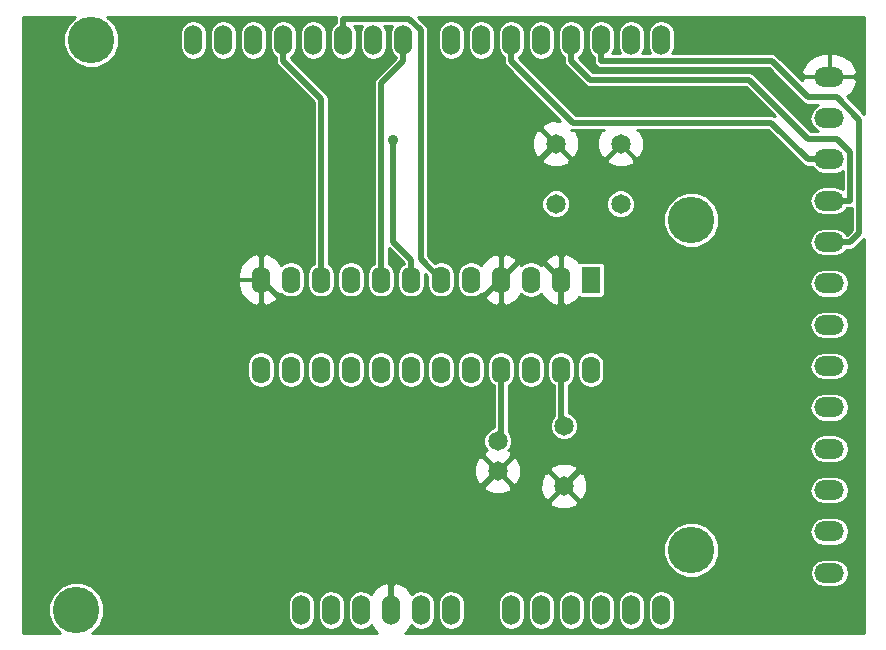
<source format=gbl>
G04 (created by PCBNEW (2013-jul-07)-stable) date Thu 21 Dec 2017 03:26:52 PM PST*
%MOIN*%
G04 Gerber Fmt 3.4, Leading zero omitted, Abs format*
%FSLAX34Y34*%
G01*
G70*
G90*
G04 APERTURE LIST*
%ADD10C,0.00590551*%
%ADD11O,0.06X0.1*%
%ADD12C,0.155*%
%ADD13R,0.062X0.09*%
%ADD14O,0.062X0.09*%
%ADD15O,0.1X0.065*%
%ADD16C,0.065*%
%ADD17C,0.035*%
%ADD18C,0.02*%
%ADD19C,0.01*%
G04 APERTURE END LIST*
G54D10*
G54D11*
X70237Y-51677D03*
X69237Y-51677D03*
X68237Y-51677D03*
X65237Y-51677D03*
X66237Y-51677D03*
X67237Y-51677D03*
X63237Y-51677D03*
X62237Y-51677D03*
X61237Y-51677D03*
X59237Y-51677D03*
X58237Y-51677D03*
X70237Y-32677D03*
X69237Y-32677D03*
X68237Y-32677D03*
X67237Y-32677D03*
X66237Y-32677D03*
X65237Y-32677D03*
X64237Y-32677D03*
X63237Y-32677D03*
X61637Y-32677D03*
X60637Y-32677D03*
X59637Y-32677D03*
X58637Y-32677D03*
X57637Y-32677D03*
X56637Y-32677D03*
X55637Y-32677D03*
X54637Y-32677D03*
X60237Y-51677D03*
G54D12*
X71237Y-49677D03*
X71237Y-38677D03*
X51237Y-32677D03*
X50737Y-51677D03*
G54D13*
X67901Y-40670D03*
G54D14*
X66901Y-40670D03*
X65901Y-40670D03*
X64901Y-40670D03*
X63901Y-40670D03*
X62901Y-40670D03*
X61901Y-40670D03*
X60901Y-40670D03*
X59901Y-40670D03*
X58901Y-40670D03*
X57901Y-40670D03*
X56901Y-40670D03*
X56901Y-43670D03*
X57901Y-43670D03*
X58901Y-43670D03*
X59901Y-43670D03*
X60901Y-43670D03*
X61901Y-43670D03*
X62901Y-43670D03*
X63901Y-43670D03*
X64901Y-43670D03*
X65901Y-43670D03*
X66901Y-43670D03*
X67901Y-43670D03*
G54D15*
X75843Y-50443D03*
X75842Y-49066D03*
X75841Y-47685D03*
X75842Y-46308D03*
X75842Y-44930D03*
X75842Y-43554D03*
X75842Y-42175D03*
X75841Y-40797D03*
X75841Y-39419D03*
X75841Y-38039D03*
X75840Y-35285D03*
X75841Y-36663D03*
X75841Y-33907D03*
G54D16*
X64783Y-46043D03*
X64783Y-47043D03*
X66988Y-45551D03*
X66988Y-47551D03*
X68881Y-38141D03*
X68881Y-36141D03*
X66720Y-38141D03*
X66720Y-36141D03*
G54D17*
X61284Y-36024D03*
G54D18*
X59637Y-32677D02*
X59637Y-31977D01*
X61846Y-31977D02*
X59637Y-31977D01*
X62223Y-32353D02*
X61846Y-31977D01*
X62223Y-39991D02*
X62223Y-32353D01*
X62901Y-40670D02*
X62223Y-39991D01*
X73920Y-33377D02*
X68237Y-33377D01*
X75139Y-34596D02*
X73920Y-33377D01*
X76097Y-34596D02*
X75139Y-34596D01*
X76843Y-35343D02*
X76097Y-34596D01*
X76843Y-39117D02*
X76843Y-35343D01*
X76541Y-39419D02*
X76843Y-39117D01*
X75841Y-39419D02*
X76541Y-39419D01*
X68237Y-32677D02*
X68237Y-33377D01*
X67863Y-34003D02*
X67237Y-33377D01*
X73169Y-34003D02*
X67863Y-34003D01*
X75141Y-35974D02*
X73169Y-34003D01*
X76083Y-35974D02*
X75141Y-35974D01*
X76541Y-36432D02*
X76083Y-35974D01*
X76541Y-38039D02*
X76541Y-36432D01*
X75841Y-38039D02*
X76541Y-38039D01*
X67237Y-32677D02*
X67237Y-33377D01*
X75841Y-36663D02*
X75141Y-36663D01*
X65237Y-32677D02*
X65237Y-33377D01*
X73912Y-35435D02*
X75141Y-36663D01*
X67294Y-35435D02*
X73912Y-35435D01*
X65237Y-33377D02*
X67294Y-35435D01*
X57637Y-32677D02*
X57637Y-33377D01*
X58901Y-34641D02*
X58901Y-40670D01*
X57637Y-33377D02*
X58901Y-34641D01*
X61901Y-40670D02*
X61901Y-40019D01*
X61284Y-39402D02*
X61284Y-36024D01*
X61901Y-40019D02*
X61284Y-39402D01*
X60901Y-34112D02*
X61637Y-33377D01*
X60901Y-40670D02*
X60901Y-34112D01*
X61637Y-32677D02*
X61637Y-33377D01*
X66191Y-36670D02*
X66191Y-39960D01*
X66720Y-36141D02*
X66191Y-36670D01*
X66191Y-39960D02*
X66901Y-40670D01*
X66901Y-41808D02*
X66901Y-40670D01*
X68411Y-43318D02*
X66901Y-41808D01*
X68411Y-46127D02*
X68411Y-43318D01*
X66988Y-47551D02*
X68411Y-46127D01*
X61237Y-50589D02*
X61237Y-51677D01*
X64783Y-47043D02*
X61237Y-50589D01*
X65611Y-39960D02*
X64901Y-40670D01*
X66191Y-39960D02*
X65611Y-39960D01*
X57564Y-41332D02*
X56901Y-40670D01*
X64238Y-41332D02*
X57564Y-41332D01*
X64901Y-40670D02*
X64238Y-41332D01*
X64901Y-45925D02*
X64901Y-43670D01*
X64783Y-46043D02*
X64901Y-45925D01*
X66901Y-45464D02*
X66901Y-43670D01*
X66988Y-45551D02*
X66901Y-45464D01*
G54D10*
G36*
X76995Y-52450D02*
X76505Y-52450D01*
X76505Y-50443D01*
X76504Y-50438D01*
X76504Y-49066D01*
X76504Y-46308D01*
X76504Y-44930D01*
X76504Y-43554D01*
X76504Y-42175D01*
X76503Y-42170D01*
X76503Y-40797D01*
X76467Y-40616D01*
X76364Y-40461D01*
X76210Y-40358D01*
X76028Y-40322D01*
X75653Y-40322D01*
X75471Y-40358D01*
X75317Y-40461D01*
X75214Y-40616D01*
X75178Y-40797D01*
X75214Y-40979D01*
X75317Y-41133D01*
X75471Y-41236D01*
X75653Y-41272D01*
X76028Y-41272D01*
X76210Y-41236D01*
X76364Y-41133D01*
X76467Y-40979D01*
X76503Y-40797D01*
X76503Y-42170D01*
X76468Y-41994D01*
X76365Y-41839D01*
X76211Y-41736D01*
X76029Y-41700D01*
X75654Y-41700D01*
X75472Y-41736D01*
X75318Y-41839D01*
X75215Y-41994D01*
X75179Y-42175D01*
X75215Y-42357D01*
X75318Y-42511D01*
X75472Y-42614D01*
X75654Y-42650D01*
X76029Y-42650D01*
X76211Y-42614D01*
X76365Y-42511D01*
X76468Y-42357D01*
X76504Y-42175D01*
X76504Y-43554D01*
X76468Y-43373D01*
X76365Y-43218D01*
X76211Y-43115D01*
X76029Y-43079D01*
X75654Y-43079D01*
X75472Y-43115D01*
X75318Y-43218D01*
X75215Y-43373D01*
X75179Y-43554D01*
X75215Y-43736D01*
X75318Y-43890D01*
X75472Y-43993D01*
X75654Y-44029D01*
X76029Y-44029D01*
X76211Y-43993D01*
X76365Y-43890D01*
X76468Y-43736D01*
X76504Y-43554D01*
X76504Y-44930D01*
X76468Y-44749D01*
X76365Y-44594D01*
X76211Y-44491D01*
X76029Y-44455D01*
X75654Y-44455D01*
X75472Y-44491D01*
X75318Y-44594D01*
X75215Y-44749D01*
X75179Y-44930D01*
X75215Y-45112D01*
X75318Y-45266D01*
X75472Y-45369D01*
X75654Y-45405D01*
X76029Y-45405D01*
X76211Y-45369D01*
X76365Y-45266D01*
X76468Y-45112D01*
X76504Y-44930D01*
X76504Y-46308D01*
X76468Y-46127D01*
X76365Y-45972D01*
X76211Y-45869D01*
X76029Y-45833D01*
X75654Y-45833D01*
X75472Y-45869D01*
X75318Y-45972D01*
X75215Y-46127D01*
X75179Y-46308D01*
X75215Y-46490D01*
X75318Y-46644D01*
X75472Y-46747D01*
X75654Y-46783D01*
X76029Y-46783D01*
X76211Y-46747D01*
X76365Y-46644D01*
X76468Y-46490D01*
X76504Y-46308D01*
X76504Y-49066D01*
X76503Y-49061D01*
X76503Y-47685D01*
X76467Y-47504D01*
X76364Y-47349D01*
X76210Y-47246D01*
X76028Y-47210D01*
X75653Y-47210D01*
X75471Y-47246D01*
X75317Y-47349D01*
X75214Y-47504D01*
X75178Y-47685D01*
X75214Y-47867D01*
X75317Y-48021D01*
X75471Y-48124D01*
X75653Y-48160D01*
X76028Y-48160D01*
X76210Y-48124D01*
X76364Y-48021D01*
X76467Y-47867D01*
X76503Y-47685D01*
X76503Y-49061D01*
X76468Y-48885D01*
X76365Y-48730D01*
X76211Y-48627D01*
X76029Y-48591D01*
X75654Y-48591D01*
X75472Y-48627D01*
X75318Y-48730D01*
X75215Y-48885D01*
X75179Y-49066D01*
X75215Y-49248D01*
X75318Y-49402D01*
X75472Y-49505D01*
X75654Y-49541D01*
X76029Y-49541D01*
X76211Y-49505D01*
X76365Y-49402D01*
X76468Y-49248D01*
X76504Y-49066D01*
X76504Y-50438D01*
X76469Y-50262D01*
X76366Y-50107D01*
X76212Y-50004D01*
X76030Y-49968D01*
X75655Y-49968D01*
X75473Y-50004D01*
X75319Y-50107D01*
X75216Y-50262D01*
X75180Y-50443D01*
X75216Y-50625D01*
X75319Y-50779D01*
X75473Y-50882D01*
X75655Y-50918D01*
X76030Y-50918D01*
X76212Y-50882D01*
X76366Y-50779D01*
X76469Y-50625D01*
X76505Y-50443D01*
X76505Y-52450D01*
X72162Y-52450D01*
X72162Y-49493D01*
X72162Y-38493D01*
X72021Y-38153D01*
X71761Y-37893D01*
X71421Y-37752D01*
X71053Y-37752D01*
X70713Y-37892D01*
X70453Y-38152D01*
X70312Y-38492D01*
X70311Y-38860D01*
X70452Y-39200D01*
X70712Y-39460D01*
X71052Y-39602D01*
X71420Y-39602D01*
X71760Y-39461D01*
X72020Y-39201D01*
X72161Y-38861D01*
X72162Y-38493D01*
X72162Y-49493D01*
X72021Y-49153D01*
X71761Y-48893D01*
X71421Y-48752D01*
X71053Y-48752D01*
X70713Y-48892D01*
X70453Y-49152D01*
X70312Y-49492D01*
X70311Y-49860D01*
X70452Y-50200D01*
X70712Y-50460D01*
X71052Y-50602D01*
X71420Y-50602D01*
X71760Y-50461D01*
X72020Y-50201D01*
X72161Y-49861D01*
X72162Y-49493D01*
X72162Y-52450D01*
X70687Y-52450D01*
X70687Y-51889D01*
X70687Y-51464D01*
X70652Y-51292D01*
X70555Y-51146D01*
X70409Y-51048D01*
X70237Y-51014D01*
X70064Y-51048D01*
X69918Y-51146D01*
X69821Y-51292D01*
X69787Y-51464D01*
X69787Y-51889D01*
X69821Y-52062D01*
X69918Y-52208D01*
X70064Y-52305D01*
X70237Y-52339D01*
X70409Y-52305D01*
X70555Y-52208D01*
X70652Y-52062D01*
X70687Y-51889D01*
X70687Y-52450D01*
X69687Y-52450D01*
X69687Y-51889D01*
X69687Y-51464D01*
X69652Y-51292D01*
X69555Y-51146D01*
X69409Y-51048D01*
X69356Y-51038D01*
X69356Y-38047D01*
X69343Y-38014D01*
X69343Y-36638D01*
X68881Y-36177D01*
X68420Y-36638D01*
X68437Y-36795D01*
X68721Y-36915D01*
X69030Y-36917D01*
X69315Y-36802D01*
X69325Y-36795D01*
X69343Y-36638D01*
X69343Y-38014D01*
X69284Y-37873D01*
X69151Y-37739D01*
X68976Y-37666D01*
X68787Y-37666D01*
X68613Y-37738D01*
X68479Y-37872D01*
X68406Y-38046D01*
X68406Y-38235D01*
X68478Y-38410D01*
X68612Y-38544D01*
X68786Y-38616D01*
X68975Y-38616D01*
X69150Y-38544D01*
X69284Y-38411D01*
X69356Y-38236D01*
X69356Y-38047D01*
X69356Y-51038D01*
X69237Y-51014D01*
X69064Y-51048D01*
X68918Y-51146D01*
X68821Y-51292D01*
X68787Y-51464D01*
X68787Y-51889D01*
X68821Y-52062D01*
X68918Y-52208D01*
X69064Y-52305D01*
X69237Y-52339D01*
X69409Y-52305D01*
X69555Y-52208D01*
X69652Y-52062D01*
X69687Y-51889D01*
X69687Y-52450D01*
X68687Y-52450D01*
X68687Y-51889D01*
X68687Y-51464D01*
X68652Y-51292D01*
X68555Y-51146D01*
X68409Y-51048D01*
X68361Y-51039D01*
X68361Y-43821D01*
X68361Y-43518D01*
X68361Y-41149D01*
X68361Y-41090D01*
X68361Y-40190D01*
X68338Y-40135D01*
X68296Y-40092D01*
X68241Y-40070D01*
X68181Y-40070D01*
X67561Y-40070D01*
X67506Y-40092D01*
X67506Y-40093D01*
X67496Y-40080D01*
X67421Y-39975D01*
X67195Y-39834D01*
X67195Y-38047D01*
X67181Y-38014D01*
X67181Y-36638D01*
X66720Y-36177D01*
X66685Y-36212D01*
X66685Y-36141D01*
X66223Y-35680D01*
X66066Y-35697D01*
X65946Y-35981D01*
X65944Y-36289D01*
X66060Y-36575D01*
X66066Y-36585D01*
X66223Y-36602D01*
X66685Y-36141D01*
X66685Y-36212D01*
X66259Y-36638D01*
X66276Y-36795D01*
X66560Y-36915D01*
X66868Y-36917D01*
X67154Y-36802D01*
X67164Y-36795D01*
X67181Y-36638D01*
X67181Y-38014D01*
X67123Y-37873D01*
X66989Y-37739D01*
X66815Y-37666D01*
X66626Y-37666D01*
X66451Y-37738D01*
X66318Y-37872D01*
X66245Y-38046D01*
X66245Y-38235D01*
X66317Y-38410D01*
X66451Y-38544D01*
X66625Y-38616D01*
X66814Y-38616D01*
X66989Y-38544D01*
X67122Y-38411D01*
X67195Y-38236D01*
X67195Y-38047D01*
X67195Y-39834D01*
X67169Y-39818D01*
X67045Y-39783D01*
X66926Y-39883D01*
X66926Y-40645D01*
X66934Y-40645D01*
X66934Y-40695D01*
X66926Y-40695D01*
X66926Y-41457D01*
X67045Y-41556D01*
X67169Y-41521D01*
X67421Y-41365D01*
X67506Y-41246D01*
X67506Y-41247D01*
X67561Y-41270D01*
X67621Y-41270D01*
X68241Y-41270D01*
X68296Y-41247D01*
X68338Y-41205D01*
X68361Y-41149D01*
X68361Y-43518D01*
X68326Y-43342D01*
X68226Y-43193D01*
X68077Y-43093D01*
X67901Y-43058D01*
X67725Y-43093D01*
X67576Y-43193D01*
X67476Y-43342D01*
X67441Y-43518D01*
X67441Y-43821D01*
X67476Y-43997D01*
X67576Y-44147D01*
X67725Y-44246D01*
X67901Y-44281D01*
X68077Y-44246D01*
X68226Y-44147D01*
X68326Y-43997D01*
X68361Y-43821D01*
X68361Y-51039D01*
X68237Y-51014D01*
X68064Y-51048D01*
X67918Y-51146D01*
X67821Y-51292D01*
X67787Y-51464D01*
X67787Y-51889D01*
X67821Y-52062D01*
X67918Y-52208D01*
X68064Y-52305D01*
X68237Y-52339D01*
X68409Y-52305D01*
X68555Y-52208D01*
X68652Y-52062D01*
X68687Y-51889D01*
X68687Y-52450D01*
X67764Y-52450D01*
X67764Y-47402D01*
X67648Y-47117D01*
X67641Y-47107D01*
X67484Y-47089D01*
X67463Y-47111D01*
X67463Y-45457D01*
X67391Y-45282D01*
X67257Y-45148D01*
X67151Y-45104D01*
X67151Y-44197D01*
X67226Y-44147D01*
X67326Y-43997D01*
X67361Y-43821D01*
X67361Y-43518D01*
X67326Y-43342D01*
X67226Y-43193D01*
X67077Y-43093D01*
X66901Y-43058D01*
X66876Y-43063D01*
X66876Y-41457D01*
X66876Y-40695D01*
X66868Y-40695D01*
X66868Y-40645D01*
X66876Y-40645D01*
X66876Y-39883D01*
X66758Y-39783D01*
X66633Y-39818D01*
X66381Y-39975D01*
X66225Y-40192D01*
X66077Y-40093D01*
X65901Y-40058D01*
X65725Y-40093D01*
X65577Y-40192D01*
X65421Y-39975D01*
X65169Y-39818D01*
X65045Y-39783D01*
X64926Y-39883D01*
X64926Y-40645D01*
X64934Y-40645D01*
X64934Y-40695D01*
X64926Y-40695D01*
X64926Y-41457D01*
X65045Y-41556D01*
X65169Y-41521D01*
X65421Y-41365D01*
X65577Y-41147D01*
X65725Y-41246D01*
X65901Y-41281D01*
X66077Y-41246D01*
X66225Y-41147D01*
X66381Y-41365D01*
X66633Y-41521D01*
X66758Y-41556D01*
X66876Y-41457D01*
X66876Y-43063D01*
X66725Y-43093D01*
X66576Y-43193D01*
X66476Y-43342D01*
X66441Y-43518D01*
X66441Y-43821D01*
X66476Y-43997D01*
X66576Y-44147D01*
X66651Y-44197D01*
X66651Y-45216D01*
X66585Y-45281D01*
X66513Y-45456D01*
X66513Y-45645D01*
X66585Y-45819D01*
X66718Y-45953D01*
X66893Y-46026D01*
X67082Y-46026D01*
X67256Y-45954D01*
X67390Y-45820D01*
X67463Y-45646D01*
X67463Y-45457D01*
X67463Y-47111D01*
X67449Y-47125D01*
X67449Y-47054D01*
X67432Y-46897D01*
X67148Y-46777D01*
X66839Y-46775D01*
X66554Y-46890D01*
X66544Y-46897D01*
X66526Y-47054D01*
X66988Y-47515D01*
X67449Y-47054D01*
X67449Y-47125D01*
X67023Y-47551D01*
X67484Y-48012D01*
X67641Y-47995D01*
X67761Y-47711D01*
X67764Y-47402D01*
X67764Y-52450D01*
X67687Y-52450D01*
X67687Y-51889D01*
X67687Y-51464D01*
X67652Y-51292D01*
X67555Y-51146D01*
X67449Y-51075D01*
X67449Y-48047D01*
X66988Y-47586D01*
X66952Y-47621D01*
X66952Y-47551D01*
X66491Y-47089D01*
X66361Y-47104D01*
X66361Y-43821D01*
X66361Y-43518D01*
X66326Y-43342D01*
X66226Y-43193D01*
X66077Y-43093D01*
X65901Y-43058D01*
X65725Y-43093D01*
X65576Y-43193D01*
X65476Y-43342D01*
X65441Y-43518D01*
X65441Y-43821D01*
X65476Y-43997D01*
X65576Y-44147D01*
X65725Y-44246D01*
X65901Y-44281D01*
X66077Y-44246D01*
X66226Y-44147D01*
X66326Y-43997D01*
X66361Y-43821D01*
X66361Y-47104D01*
X66334Y-47107D01*
X66214Y-47391D01*
X66212Y-47699D01*
X66327Y-47985D01*
X66334Y-47995D01*
X66491Y-48012D01*
X66952Y-47551D01*
X66952Y-47621D01*
X66526Y-48047D01*
X66544Y-48204D01*
X66828Y-48324D01*
X67136Y-48327D01*
X67422Y-48211D01*
X67432Y-48204D01*
X67449Y-48047D01*
X67449Y-51075D01*
X67409Y-51048D01*
X67237Y-51014D01*
X67064Y-51048D01*
X66918Y-51146D01*
X66821Y-51292D01*
X66787Y-51464D01*
X66787Y-51889D01*
X66821Y-52062D01*
X66918Y-52208D01*
X67064Y-52305D01*
X67237Y-52339D01*
X67409Y-52305D01*
X67555Y-52208D01*
X67652Y-52062D01*
X67687Y-51889D01*
X67687Y-52450D01*
X66687Y-52450D01*
X66687Y-51889D01*
X66687Y-51464D01*
X66652Y-51292D01*
X66555Y-51146D01*
X66409Y-51048D01*
X66237Y-51014D01*
X66064Y-51048D01*
X65918Y-51146D01*
X65821Y-51292D01*
X65787Y-51464D01*
X65787Y-51889D01*
X65821Y-52062D01*
X65918Y-52208D01*
X66064Y-52305D01*
X66237Y-52339D01*
X66409Y-52305D01*
X66555Y-52208D01*
X66652Y-52062D01*
X66687Y-51889D01*
X66687Y-52450D01*
X65687Y-52450D01*
X65687Y-51889D01*
X65687Y-51464D01*
X65652Y-51292D01*
X65559Y-51152D01*
X65559Y-46895D01*
X65443Y-46609D01*
X65437Y-46599D01*
X65361Y-46591D01*
X65361Y-43821D01*
X65361Y-43518D01*
X65326Y-43342D01*
X65226Y-43193D01*
X65077Y-43093D01*
X64901Y-43058D01*
X64876Y-43063D01*
X64876Y-41457D01*
X64876Y-40695D01*
X64868Y-40695D01*
X64868Y-40645D01*
X64876Y-40645D01*
X64876Y-39883D01*
X64758Y-39783D01*
X64687Y-39803D01*
X64687Y-32889D01*
X64687Y-32464D01*
X64652Y-32292D01*
X64555Y-32146D01*
X64409Y-32048D01*
X64237Y-32014D01*
X64064Y-32048D01*
X63918Y-32146D01*
X63821Y-32292D01*
X63787Y-32464D01*
X63787Y-32889D01*
X63821Y-33062D01*
X63918Y-33208D01*
X64064Y-33305D01*
X64237Y-33339D01*
X64409Y-33305D01*
X64555Y-33208D01*
X64652Y-33062D01*
X64687Y-32889D01*
X64687Y-39803D01*
X64633Y-39818D01*
X64381Y-39975D01*
X64225Y-40192D01*
X64077Y-40093D01*
X63901Y-40058D01*
X63725Y-40093D01*
X63687Y-40119D01*
X63687Y-32889D01*
X63687Y-32464D01*
X63652Y-32292D01*
X63555Y-32146D01*
X63409Y-32048D01*
X63237Y-32014D01*
X63064Y-32048D01*
X62918Y-32146D01*
X62821Y-32292D01*
X62787Y-32464D01*
X62787Y-32889D01*
X62821Y-33062D01*
X62918Y-33208D01*
X63064Y-33305D01*
X63237Y-33339D01*
X63409Y-33305D01*
X63555Y-33208D01*
X63652Y-33062D01*
X63687Y-32889D01*
X63687Y-40119D01*
X63576Y-40193D01*
X63476Y-40342D01*
X63441Y-40518D01*
X63441Y-40821D01*
X63476Y-40997D01*
X63576Y-41147D01*
X63725Y-41246D01*
X63901Y-41281D01*
X64077Y-41246D01*
X64225Y-41147D01*
X64381Y-41365D01*
X64633Y-41521D01*
X64758Y-41556D01*
X64876Y-41457D01*
X64876Y-43063D01*
X64725Y-43093D01*
X64576Y-43193D01*
X64476Y-43342D01*
X64441Y-43518D01*
X64441Y-43821D01*
X64476Y-43997D01*
X64576Y-44147D01*
X64651Y-44197D01*
X64651Y-45583D01*
X64514Y-45640D01*
X64381Y-45773D01*
X64361Y-45820D01*
X64361Y-43821D01*
X64361Y-43518D01*
X64326Y-43342D01*
X64226Y-43193D01*
X64077Y-43093D01*
X63901Y-43058D01*
X63725Y-43093D01*
X63576Y-43193D01*
X63476Y-43342D01*
X63441Y-43518D01*
X63441Y-43821D01*
X63476Y-43997D01*
X63576Y-44147D01*
X63725Y-44246D01*
X63901Y-44281D01*
X64077Y-44246D01*
X64226Y-44147D01*
X64326Y-43997D01*
X64361Y-43821D01*
X64361Y-45820D01*
X64308Y-45948D01*
X64308Y-46137D01*
X64380Y-46312D01*
X64422Y-46353D01*
X64349Y-46382D01*
X64339Y-46389D01*
X64322Y-46546D01*
X64783Y-47007D01*
X65244Y-46546D01*
X65227Y-46389D01*
X65144Y-46354D01*
X65185Y-46312D01*
X65258Y-46138D01*
X65258Y-45949D01*
X65186Y-45774D01*
X65151Y-45739D01*
X65151Y-44197D01*
X65226Y-44147D01*
X65326Y-43997D01*
X65361Y-43821D01*
X65361Y-46591D01*
X65280Y-46582D01*
X64818Y-47043D01*
X65280Y-47504D01*
X65437Y-47487D01*
X65557Y-47203D01*
X65559Y-46895D01*
X65559Y-51152D01*
X65555Y-51146D01*
X65409Y-51048D01*
X65244Y-51015D01*
X65244Y-47539D01*
X64783Y-47078D01*
X64748Y-47114D01*
X64748Y-47043D01*
X64286Y-46582D01*
X64129Y-46599D01*
X64009Y-46883D01*
X64007Y-47191D01*
X64123Y-47477D01*
X64129Y-47487D01*
X64286Y-47504D01*
X64748Y-47043D01*
X64748Y-47114D01*
X64322Y-47539D01*
X64339Y-47696D01*
X64623Y-47817D01*
X64931Y-47819D01*
X65217Y-47703D01*
X65227Y-47696D01*
X65244Y-47539D01*
X65244Y-51015D01*
X65237Y-51014D01*
X65064Y-51048D01*
X64918Y-51146D01*
X64821Y-51292D01*
X64787Y-51464D01*
X64787Y-51889D01*
X64821Y-52062D01*
X64918Y-52208D01*
X65064Y-52305D01*
X65237Y-52339D01*
X65409Y-52305D01*
X65555Y-52208D01*
X65652Y-52062D01*
X65687Y-51889D01*
X65687Y-52450D01*
X63687Y-52450D01*
X63687Y-51889D01*
X63687Y-51464D01*
X63652Y-51292D01*
X63555Y-51146D01*
X63409Y-51048D01*
X63361Y-51039D01*
X63361Y-43821D01*
X63361Y-43518D01*
X63326Y-43342D01*
X63226Y-43193D01*
X63077Y-43093D01*
X62901Y-43058D01*
X62725Y-43093D01*
X62576Y-43193D01*
X62476Y-43342D01*
X62441Y-43518D01*
X62441Y-43821D01*
X62476Y-43997D01*
X62576Y-44147D01*
X62725Y-44246D01*
X62901Y-44281D01*
X63077Y-44246D01*
X63226Y-44147D01*
X63326Y-43997D01*
X63361Y-43821D01*
X63361Y-51039D01*
X63237Y-51014D01*
X63064Y-51048D01*
X62918Y-51146D01*
X62821Y-51292D01*
X62787Y-51464D01*
X62787Y-51889D01*
X62821Y-52062D01*
X62918Y-52208D01*
X63064Y-52305D01*
X63237Y-52339D01*
X63409Y-52305D01*
X63555Y-52208D01*
X63652Y-52062D01*
X63687Y-51889D01*
X63687Y-52450D01*
X61709Y-52450D01*
X61749Y-52425D01*
X61912Y-52198D01*
X61918Y-52208D01*
X62064Y-52305D01*
X62237Y-52339D01*
X62409Y-52305D01*
X62555Y-52208D01*
X62652Y-52062D01*
X62687Y-51889D01*
X62687Y-51464D01*
X62652Y-51292D01*
X62555Y-51146D01*
X62409Y-51048D01*
X62361Y-51039D01*
X62361Y-43821D01*
X62361Y-43518D01*
X62326Y-43342D01*
X62226Y-43193D01*
X62077Y-43093D01*
X61901Y-43058D01*
X61725Y-43093D01*
X61576Y-43193D01*
X61476Y-43342D01*
X61441Y-43518D01*
X61441Y-43821D01*
X61476Y-43997D01*
X61576Y-44147D01*
X61725Y-44246D01*
X61901Y-44281D01*
X62077Y-44246D01*
X62226Y-44147D01*
X62326Y-43997D01*
X62361Y-43821D01*
X62361Y-51039D01*
X62237Y-51014D01*
X62064Y-51048D01*
X61918Y-51146D01*
X61912Y-51155D01*
X61749Y-50929D01*
X61500Y-50774D01*
X61378Y-50740D01*
X61361Y-50755D01*
X61361Y-43821D01*
X61361Y-43518D01*
X61326Y-43342D01*
X61226Y-43193D01*
X61077Y-43093D01*
X60901Y-43058D01*
X60725Y-43093D01*
X60576Y-43193D01*
X60476Y-43342D01*
X60441Y-43518D01*
X60441Y-43821D01*
X60476Y-43997D01*
X60576Y-44147D01*
X60725Y-44246D01*
X60901Y-44281D01*
X61077Y-44246D01*
X61226Y-44147D01*
X61326Y-43997D01*
X61361Y-43821D01*
X61361Y-50755D01*
X61262Y-50840D01*
X61262Y-51652D01*
X61269Y-51652D01*
X61269Y-51702D01*
X61262Y-51702D01*
X61262Y-51710D01*
X61212Y-51710D01*
X61212Y-51702D01*
X61204Y-51702D01*
X61204Y-51652D01*
X61212Y-51652D01*
X61212Y-50840D01*
X61095Y-50740D01*
X60973Y-50774D01*
X60724Y-50929D01*
X60561Y-51155D01*
X60555Y-51146D01*
X60409Y-51048D01*
X60361Y-51039D01*
X60361Y-43821D01*
X60361Y-43518D01*
X60361Y-40821D01*
X60361Y-40518D01*
X60326Y-40342D01*
X60226Y-40193D01*
X60077Y-40093D01*
X59901Y-40058D01*
X59725Y-40093D01*
X59576Y-40193D01*
X59476Y-40342D01*
X59441Y-40518D01*
X59441Y-40821D01*
X59476Y-40997D01*
X59576Y-41147D01*
X59725Y-41246D01*
X59901Y-41281D01*
X60077Y-41246D01*
X60226Y-41147D01*
X60326Y-40997D01*
X60361Y-40821D01*
X60361Y-43518D01*
X60326Y-43342D01*
X60226Y-43193D01*
X60077Y-43093D01*
X59901Y-43058D01*
X59725Y-43093D01*
X59576Y-43193D01*
X59476Y-43342D01*
X59441Y-43518D01*
X59441Y-43821D01*
X59476Y-43997D01*
X59576Y-44147D01*
X59725Y-44246D01*
X59901Y-44281D01*
X60077Y-44246D01*
X60226Y-44147D01*
X60326Y-43997D01*
X60361Y-43821D01*
X60361Y-51039D01*
X60237Y-51014D01*
X60064Y-51048D01*
X59918Y-51146D01*
X59821Y-51292D01*
X59787Y-51464D01*
X59787Y-51889D01*
X59821Y-52062D01*
X59918Y-52208D01*
X60064Y-52305D01*
X60237Y-52339D01*
X60409Y-52305D01*
X60555Y-52208D01*
X60561Y-52198D01*
X60724Y-52425D01*
X60764Y-52450D01*
X59687Y-52450D01*
X59687Y-51889D01*
X59687Y-51464D01*
X59652Y-51292D01*
X59555Y-51146D01*
X59409Y-51048D01*
X59361Y-51039D01*
X59361Y-43821D01*
X59361Y-43518D01*
X59361Y-40821D01*
X59361Y-40518D01*
X59326Y-40342D01*
X59226Y-40193D01*
X59151Y-40142D01*
X59151Y-34641D01*
X59132Y-34546D01*
X59087Y-34478D01*
X59087Y-32889D01*
X59087Y-32464D01*
X59052Y-32292D01*
X58955Y-32146D01*
X58809Y-32048D01*
X58637Y-32014D01*
X58464Y-32048D01*
X58318Y-32146D01*
X58221Y-32292D01*
X58187Y-32464D01*
X58187Y-32889D01*
X58221Y-33062D01*
X58318Y-33208D01*
X58464Y-33305D01*
X58637Y-33339D01*
X58809Y-33305D01*
X58955Y-33208D01*
X59052Y-33062D01*
X59087Y-32889D01*
X59087Y-34478D01*
X59078Y-34465D01*
X57887Y-33273D01*
X57887Y-33253D01*
X57955Y-33208D01*
X58052Y-33062D01*
X58087Y-32889D01*
X58087Y-32464D01*
X58052Y-32292D01*
X57955Y-32146D01*
X57809Y-32048D01*
X57637Y-32014D01*
X57464Y-32048D01*
X57318Y-32146D01*
X57221Y-32292D01*
X57187Y-32464D01*
X57187Y-32889D01*
X57221Y-33062D01*
X57318Y-33208D01*
X57387Y-33253D01*
X57387Y-33377D01*
X57406Y-33472D01*
X57460Y-33554D01*
X58651Y-34745D01*
X58651Y-40142D01*
X58576Y-40193D01*
X58476Y-40342D01*
X58441Y-40518D01*
X58441Y-40821D01*
X58476Y-40997D01*
X58576Y-41147D01*
X58725Y-41246D01*
X58901Y-41281D01*
X59077Y-41246D01*
X59226Y-41147D01*
X59326Y-40997D01*
X59361Y-40821D01*
X59361Y-43518D01*
X59326Y-43342D01*
X59226Y-43193D01*
X59077Y-43093D01*
X58901Y-43058D01*
X58725Y-43093D01*
X58576Y-43193D01*
X58476Y-43342D01*
X58441Y-43518D01*
X58441Y-43821D01*
X58476Y-43997D01*
X58576Y-44147D01*
X58725Y-44246D01*
X58901Y-44281D01*
X59077Y-44246D01*
X59226Y-44147D01*
X59326Y-43997D01*
X59361Y-43821D01*
X59361Y-51039D01*
X59237Y-51014D01*
X59064Y-51048D01*
X58918Y-51146D01*
X58821Y-51292D01*
X58787Y-51464D01*
X58787Y-51889D01*
X58821Y-52062D01*
X58918Y-52208D01*
X59064Y-52305D01*
X59237Y-52339D01*
X59409Y-52305D01*
X59555Y-52208D01*
X59652Y-52062D01*
X59687Y-51889D01*
X59687Y-52450D01*
X58687Y-52450D01*
X58687Y-51889D01*
X58687Y-51464D01*
X58652Y-51292D01*
X58555Y-51146D01*
X58409Y-51048D01*
X58361Y-51039D01*
X58361Y-43821D01*
X58361Y-43518D01*
X58361Y-40821D01*
X58361Y-40518D01*
X58326Y-40342D01*
X58226Y-40193D01*
X58077Y-40093D01*
X57901Y-40058D01*
X57725Y-40093D01*
X57577Y-40192D01*
X57421Y-39975D01*
X57169Y-39818D01*
X57087Y-39795D01*
X57087Y-32889D01*
X57087Y-32464D01*
X57052Y-32292D01*
X56955Y-32146D01*
X56809Y-32048D01*
X56637Y-32014D01*
X56464Y-32048D01*
X56318Y-32146D01*
X56221Y-32292D01*
X56187Y-32464D01*
X56187Y-32889D01*
X56221Y-33062D01*
X56318Y-33208D01*
X56464Y-33305D01*
X56637Y-33339D01*
X56809Y-33305D01*
X56955Y-33208D01*
X57052Y-33062D01*
X57087Y-32889D01*
X57087Y-39795D01*
X57045Y-39783D01*
X56926Y-39883D01*
X56926Y-40645D01*
X56934Y-40645D01*
X56934Y-40695D01*
X56926Y-40695D01*
X56926Y-41457D01*
X57045Y-41556D01*
X57169Y-41521D01*
X57421Y-41365D01*
X57577Y-41147D01*
X57725Y-41246D01*
X57901Y-41281D01*
X58077Y-41246D01*
X58226Y-41147D01*
X58326Y-40997D01*
X58361Y-40821D01*
X58361Y-43518D01*
X58326Y-43342D01*
X58226Y-43193D01*
X58077Y-43093D01*
X57901Y-43058D01*
X57725Y-43093D01*
X57576Y-43193D01*
X57476Y-43342D01*
X57441Y-43518D01*
X57441Y-43821D01*
X57476Y-43997D01*
X57576Y-44147D01*
X57725Y-44246D01*
X57901Y-44281D01*
X58077Y-44246D01*
X58226Y-44147D01*
X58326Y-43997D01*
X58361Y-43821D01*
X58361Y-51039D01*
X58237Y-51014D01*
X58064Y-51048D01*
X57918Y-51146D01*
X57821Y-51292D01*
X57787Y-51464D01*
X57787Y-51889D01*
X57821Y-52062D01*
X57918Y-52208D01*
X58064Y-52305D01*
X58237Y-52339D01*
X58409Y-52305D01*
X58555Y-52208D01*
X58652Y-52062D01*
X58687Y-51889D01*
X58687Y-52450D01*
X57361Y-52450D01*
X57361Y-43821D01*
X57361Y-43518D01*
X57326Y-43342D01*
X57226Y-43193D01*
X57077Y-43093D01*
X56901Y-43058D01*
X56876Y-43063D01*
X56876Y-41457D01*
X56876Y-40695D01*
X56876Y-40645D01*
X56876Y-39883D01*
X56758Y-39783D01*
X56633Y-39818D01*
X56381Y-39975D01*
X56208Y-40216D01*
X56141Y-40505D01*
X56141Y-40645D01*
X56876Y-40645D01*
X56876Y-40695D01*
X56141Y-40695D01*
X56141Y-40835D01*
X56208Y-41124D01*
X56381Y-41365D01*
X56633Y-41521D01*
X56758Y-41556D01*
X56876Y-41457D01*
X56876Y-43063D01*
X56725Y-43093D01*
X56576Y-43193D01*
X56476Y-43342D01*
X56441Y-43518D01*
X56441Y-43821D01*
X56476Y-43997D01*
X56576Y-44147D01*
X56725Y-44246D01*
X56901Y-44281D01*
X57077Y-44246D01*
X57226Y-44147D01*
X57326Y-43997D01*
X57361Y-43821D01*
X57361Y-52450D01*
X56087Y-52450D01*
X56087Y-32889D01*
X56087Y-32464D01*
X56052Y-32292D01*
X55955Y-32146D01*
X55809Y-32048D01*
X55637Y-32014D01*
X55464Y-32048D01*
X55318Y-32146D01*
X55221Y-32292D01*
X55187Y-32464D01*
X55187Y-32889D01*
X55221Y-33062D01*
X55318Y-33208D01*
X55464Y-33305D01*
X55637Y-33339D01*
X55809Y-33305D01*
X55955Y-33208D01*
X56052Y-33062D01*
X56087Y-32889D01*
X56087Y-52450D01*
X55087Y-52450D01*
X55087Y-32889D01*
X55087Y-32464D01*
X55052Y-32292D01*
X54955Y-32146D01*
X54809Y-32048D01*
X54637Y-32014D01*
X54464Y-32048D01*
X54318Y-32146D01*
X54221Y-32292D01*
X54187Y-32464D01*
X54187Y-32889D01*
X54221Y-33062D01*
X54318Y-33208D01*
X54464Y-33305D01*
X54637Y-33339D01*
X54809Y-33305D01*
X54955Y-33208D01*
X55052Y-33062D01*
X55087Y-32889D01*
X55087Y-52450D01*
X51272Y-52450D01*
X51520Y-52201D01*
X51661Y-51861D01*
X51662Y-51493D01*
X51521Y-51153D01*
X51261Y-50893D01*
X50921Y-50752D01*
X50553Y-50752D01*
X50213Y-50892D01*
X49953Y-51152D01*
X49812Y-51492D01*
X49811Y-51860D01*
X49952Y-52200D01*
X50201Y-52450D01*
X48950Y-52450D01*
X48950Y-31900D01*
X50706Y-31900D01*
X50453Y-32152D01*
X50312Y-32492D01*
X50311Y-32860D01*
X50452Y-33200D01*
X50712Y-33460D01*
X51052Y-33602D01*
X51420Y-33602D01*
X51760Y-33461D01*
X52020Y-33201D01*
X52161Y-32861D01*
X52162Y-32493D01*
X52021Y-32153D01*
X51768Y-31900D01*
X59402Y-31900D01*
X59387Y-31977D01*
X59387Y-32100D01*
X59318Y-32146D01*
X59221Y-32292D01*
X59187Y-32464D01*
X59187Y-32889D01*
X59221Y-33062D01*
X59318Y-33208D01*
X59464Y-33305D01*
X59637Y-33339D01*
X59809Y-33305D01*
X59955Y-33208D01*
X60052Y-33062D01*
X60087Y-32889D01*
X60087Y-32464D01*
X60052Y-32292D01*
X60009Y-32227D01*
X60264Y-32227D01*
X60221Y-32292D01*
X60187Y-32464D01*
X60187Y-32889D01*
X60221Y-33062D01*
X60318Y-33208D01*
X60464Y-33305D01*
X60637Y-33339D01*
X60809Y-33305D01*
X60955Y-33208D01*
X61052Y-33062D01*
X61087Y-32889D01*
X61087Y-32464D01*
X61052Y-32292D01*
X61009Y-32227D01*
X61264Y-32227D01*
X61221Y-32292D01*
X61187Y-32464D01*
X61187Y-32889D01*
X61221Y-33062D01*
X61318Y-33208D01*
X61387Y-33253D01*
X61387Y-33273D01*
X60724Y-33935D01*
X60670Y-34017D01*
X60651Y-34112D01*
X60651Y-40142D01*
X60576Y-40193D01*
X60476Y-40342D01*
X60441Y-40518D01*
X60441Y-40821D01*
X60476Y-40997D01*
X60576Y-41147D01*
X60725Y-41246D01*
X60901Y-41281D01*
X61077Y-41246D01*
X61226Y-41147D01*
X61326Y-40997D01*
X61361Y-40821D01*
X61361Y-40518D01*
X61326Y-40342D01*
X61226Y-40193D01*
X61151Y-40142D01*
X61151Y-39623D01*
X61651Y-40123D01*
X61651Y-40142D01*
X61576Y-40193D01*
X61476Y-40342D01*
X61441Y-40518D01*
X61441Y-40821D01*
X61476Y-40997D01*
X61576Y-41147D01*
X61725Y-41246D01*
X61901Y-41281D01*
X62077Y-41246D01*
X62226Y-41147D01*
X62326Y-40997D01*
X62361Y-40821D01*
X62361Y-40518D01*
X62352Y-40475D01*
X62441Y-40563D01*
X62441Y-40821D01*
X62476Y-40997D01*
X62576Y-41147D01*
X62725Y-41246D01*
X62901Y-41281D01*
X63077Y-41246D01*
X63226Y-41147D01*
X63326Y-40997D01*
X63361Y-40821D01*
X63361Y-40518D01*
X63326Y-40342D01*
X63226Y-40193D01*
X63077Y-40093D01*
X62901Y-40058D01*
X62725Y-40093D01*
X62697Y-40112D01*
X62473Y-39888D01*
X62473Y-32353D01*
X62454Y-32257D01*
X62399Y-32176D01*
X62122Y-31900D01*
X76995Y-31900D01*
X76995Y-35140D01*
X76413Y-34558D01*
X76581Y-34438D01*
X76741Y-34181D01*
X76777Y-34053D01*
X76777Y-33761D01*
X76741Y-33634D01*
X76581Y-33377D01*
X76335Y-33201D01*
X76041Y-33132D01*
X75866Y-33132D01*
X75866Y-33882D01*
X76678Y-33882D01*
X76777Y-33761D01*
X76777Y-34053D01*
X76678Y-33932D01*
X75866Y-33932D01*
X75866Y-33940D01*
X75816Y-33940D01*
X75816Y-33932D01*
X75816Y-33882D01*
X75816Y-33132D01*
X75641Y-33132D01*
X75346Y-33201D01*
X75100Y-33377D01*
X74940Y-33634D01*
X74904Y-33761D01*
X75004Y-33882D01*
X75816Y-33882D01*
X75816Y-33932D01*
X75004Y-33932D01*
X74925Y-34028D01*
X74097Y-33200D01*
X74016Y-33146D01*
X73920Y-33127D01*
X70609Y-33127D01*
X70652Y-33062D01*
X70687Y-32889D01*
X70687Y-32464D01*
X70652Y-32292D01*
X70555Y-32146D01*
X70409Y-32048D01*
X70237Y-32014D01*
X70064Y-32048D01*
X69918Y-32146D01*
X69821Y-32292D01*
X69787Y-32464D01*
X69787Y-32889D01*
X69821Y-33062D01*
X69864Y-33127D01*
X69609Y-33127D01*
X69652Y-33062D01*
X69687Y-32889D01*
X69687Y-32464D01*
X69652Y-32292D01*
X69555Y-32146D01*
X69409Y-32048D01*
X69237Y-32014D01*
X69064Y-32048D01*
X68918Y-32146D01*
X68821Y-32292D01*
X68787Y-32464D01*
X68787Y-32889D01*
X68821Y-33062D01*
X68864Y-33127D01*
X68609Y-33127D01*
X68652Y-33062D01*
X68687Y-32889D01*
X68687Y-32464D01*
X68652Y-32292D01*
X68555Y-32146D01*
X68409Y-32048D01*
X68237Y-32014D01*
X68064Y-32048D01*
X67918Y-32146D01*
X67821Y-32292D01*
X67787Y-32464D01*
X67787Y-32889D01*
X67821Y-33062D01*
X67918Y-33208D01*
X67987Y-33253D01*
X67987Y-33377D01*
X68006Y-33472D01*
X68060Y-33554D01*
X68141Y-33608D01*
X68237Y-33627D01*
X73817Y-33627D01*
X74963Y-34773D01*
X75044Y-34827D01*
X75139Y-34846D01*
X75474Y-34846D01*
X75470Y-34846D01*
X75316Y-34949D01*
X75213Y-35104D01*
X75177Y-35285D01*
X75213Y-35467D01*
X75316Y-35621D01*
X75470Y-35724D01*
X75471Y-35724D01*
X75244Y-35724D01*
X73346Y-33826D01*
X73265Y-33772D01*
X73169Y-33753D01*
X67966Y-33753D01*
X67487Y-33273D01*
X67487Y-33253D01*
X67555Y-33208D01*
X67652Y-33062D01*
X67687Y-32889D01*
X67687Y-32464D01*
X67652Y-32292D01*
X67555Y-32146D01*
X67409Y-32048D01*
X67237Y-32014D01*
X67064Y-32048D01*
X66918Y-32146D01*
X66821Y-32292D01*
X66787Y-32464D01*
X66787Y-32889D01*
X66821Y-33062D01*
X66918Y-33208D01*
X66987Y-33253D01*
X66987Y-33377D01*
X67006Y-33472D01*
X67060Y-33554D01*
X67686Y-34180D01*
X67767Y-34234D01*
X67863Y-34253D01*
X73066Y-34253D01*
X74034Y-35221D01*
X74008Y-35204D01*
X73912Y-35185D01*
X67398Y-35185D01*
X66687Y-34473D01*
X66687Y-32889D01*
X66687Y-32464D01*
X66652Y-32292D01*
X66555Y-32146D01*
X66409Y-32048D01*
X66237Y-32014D01*
X66064Y-32048D01*
X65918Y-32146D01*
X65821Y-32292D01*
X65787Y-32464D01*
X65787Y-32889D01*
X65821Y-33062D01*
X65918Y-33208D01*
X66064Y-33305D01*
X66237Y-33339D01*
X66409Y-33305D01*
X66555Y-33208D01*
X66652Y-33062D01*
X66687Y-32889D01*
X66687Y-34473D01*
X65487Y-33273D01*
X65487Y-33253D01*
X65555Y-33208D01*
X65652Y-33062D01*
X65687Y-32889D01*
X65687Y-32464D01*
X65652Y-32292D01*
X65555Y-32146D01*
X65409Y-32048D01*
X65237Y-32014D01*
X65064Y-32048D01*
X64918Y-32146D01*
X64821Y-32292D01*
X64787Y-32464D01*
X64787Y-32889D01*
X64821Y-33062D01*
X64918Y-33208D01*
X64987Y-33253D01*
X64987Y-33377D01*
X65006Y-33472D01*
X65060Y-33554D01*
X66874Y-35367D01*
X66572Y-35365D01*
X66286Y-35481D01*
X66276Y-35488D01*
X66259Y-35645D01*
X66720Y-36106D01*
X66726Y-36100D01*
X66761Y-36136D01*
X66755Y-36141D01*
X67217Y-36602D01*
X67374Y-36585D01*
X67494Y-36301D01*
X67496Y-35993D01*
X67380Y-35707D01*
X67374Y-35697D01*
X67217Y-35680D01*
X67226Y-35671D01*
X67294Y-35685D01*
X68342Y-35685D01*
X68228Y-35697D01*
X68108Y-35981D01*
X68105Y-36289D01*
X68221Y-36575D01*
X68228Y-36585D01*
X68385Y-36602D01*
X68846Y-36141D01*
X68840Y-36136D01*
X68876Y-36100D01*
X68881Y-36106D01*
X68887Y-36100D01*
X68922Y-36136D01*
X68917Y-36141D01*
X69378Y-36602D01*
X69535Y-36585D01*
X69655Y-36301D01*
X69658Y-35993D01*
X69542Y-35707D01*
X69535Y-35697D01*
X69420Y-35685D01*
X73808Y-35685D01*
X74964Y-36840D01*
X75045Y-36894D01*
X75045Y-36894D01*
X75141Y-36913D01*
X75260Y-36913D01*
X75317Y-36999D01*
X75471Y-37102D01*
X75653Y-37138D01*
X76028Y-37138D01*
X76210Y-37102D01*
X76291Y-37048D01*
X76291Y-37654D01*
X76210Y-37600D01*
X76028Y-37564D01*
X75653Y-37564D01*
X75471Y-37600D01*
X75317Y-37703D01*
X75214Y-37858D01*
X75178Y-38039D01*
X75214Y-38221D01*
X75317Y-38375D01*
X75471Y-38478D01*
X75653Y-38514D01*
X76028Y-38514D01*
X76210Y-38478D01*
X76364Y-38375D01*
X76422Y-38289D01*
X76541Y-38289D01*
X76593Y-38279D01*
X76593Y-39013D01*
X76437Y-39169D01*
X76422Y-39169D01*
X76364Y-39083D01*
X76210Y-38980D01*
X76028Y-38944D01*
X75653Y-38944D01*
X75471Y-38980D01*
X75317Y-39083D01*
X75214Y-39238D01*
X75178Y-39419D01*
X75214Y-39601D01*
X75317Y-39755D01*
X75471Y-39858D01*
X75653Y-39894D01*
X76028Y-39894D01*
X76210Y-39858D01*
X76364Y-39755D01*
X76422Y-39669D01*
X76541Y-39669D01*
X76636Y-39650D01*
X76718Y-39596D01*
X76995Y-39319D01*
X76995Y-52450D01*
X76995Y-52450D01*
G37*
G54D19*
X76995Y-52450D02*
X76505Y-52450D01*
X76505Y-50443D01*
X76504Y-50438D01*
X76504Y-49066D01*
X76504Y-46308D01*
X76504Y-44930D01*
X76504Y-43554D01*
X76504Y-42175D01*
X76503Y-42170D01*
X76503Y-40797D01*
X76467Y-40616D01*
X76364Y-40461D01*
X76210Y-40358D01*
X76028Y-40322D01*
X75653Y-40322D01*
X75471Y-40358D01*
X75317Y-40461D01*
X75214Y-40616D01*
X75178Y-40797D01*
X75214Y-40979D01*
X75317Y-41133D01*
X75471Y-41236D01*
X75653Y-41272D01*
X76028Y-41272D01*
X76210Y-41236D01*
X76364Y-41133D01*
X76467Y-40979D01*
X76503Y-40797D01*
X76503Y-42170D01*
X76468Y-41994D01*
X76365Y-41839D01*
X76211Y-41736D01*
X76029Y-41700D01*
X75654Y-41700D01*
X75472Y-41736D01*
X75318Y-41839D01*
X75215Y-41994D01*
X75179Y-42175D01*
X75215Y-42357D01*
X75318Y-42511D01*
X75472Y-42614D01*
X75654Y-42650D01*
X76029Y-42650D01*
X76211Y-42614D01*
X76365Y-42511D01*
X76468Y-42357D01*
X76504Y-42175D01*
X76504Y-43554D01*
X76468Y-43373D01*
X76365Y-43218D01*
X76211Y-43115D01*
X76029Y-43079D01*
X75654Y-43079D01*
X75472Y-43115D01*
X75318Y-43218D01*
X75215Y-43373D01*
X75179Y-43554D01*
X75215Y-43736D01*
X75318Y-43890D01*
X75472Y-43993D01*
X75654Y-44029D01*
X76029Y-44029D01*
X76211Y-43993D01*
X76365Y-43890D01*
X76468Y-43736D01*
X76504Y-43554D01*
X76504Y-44930D01*
X76468Y-44749D01*
X76365Y-44594D01*
X76211Y-44491D01*
X76029Y-44455D01*
X75654Y-44455D01*
X75472Y-44491D01*
X75318Y-44594D01*
X75215Y-44749D01*
X75179Y-44930D01*
X75215Y-45112D01*
X75318Y-45266D01*
X75472Y-45369D01*
X75654Y-45405D01*
X76029Y-45405D01*
X76211Y-45369D01*
X76365Y-45266D01*
X76468Y-45112D01*
X76504Y-44930D01*
X76504Y-46308D01*
X76468Y-46127D01*
X76365Y-45972D01*
X76211Y-45869D01*
X76029Y-45833D01*
X75654Y-45833D01*
X75472Y-45869D01*
X75318Y-45972D01*
X75215Y-46127D01*
X75179Y-46308D01*
X75215Y-46490D01*
X75318Y-46644D01*
X75472Y-46747D01*
X75654Y-46783D01*
X76029Y-46783D01*
X76211Y-46747D01*
X76365Y-46644D01*
X76468Y-46490D01*
X76504Y-46308D01*
X76504Y-49066D01*
X76503Y-49061D01*
X76503Y-47685D01*
X76467Y-47504D01*
X76364Y-47349D01*
X76210Y-47246D01*
X76028Y-47210D01*
X75653Y-47210D01*
X75471Y-47246D01*
X75317Y-47349D01*
X75214Y-47504D01*
X75178Y-47685D01*
X75214Y-47867D01*
X75317Y-48021D01*
X75471Y-48124D01*
X75653Y-48160D01*
X76028Y-48160D01*
X76210Y-48124D01*
X76364Y-48021D01*
X76467Y-47867D01*
X76503Y-47685D01*
X76503Y-49061D01*
X76468Y-48885D01*
X76365Y-48730D01*
X76211Y-48627D01*
X76029Y-48591D01*
X75654Y-48591D01*
X75472Y-48627D01*
X75318Y-48730D01*
X75215Y-48885D01*
X75179Y-49066D01*
X75215Y-49248D01*
X75318Y-49402D01*
X75472Y-49505D01*
X75654Y-49541D01*
X76029Y-49541D01*
X76211Y-49505D01*
X76365Y-49402D01*
X76468Y-49248D01*
X76504Y-49066D01*
X76504Y-50438D01*
X76469Y-50262D01*
X76366Y-50107D01*
X76212Y-50004D01*
X76030Y-49968D01*
X75655Y-49968D01*
X75473Y-50004D01*
X75319Y-50107D01*
X75216Y-50262D01*
X75180Y-50443D01*
X75216Y-50625D01*
X75319Y-50779D01*
X75473Y-50882D01*
X75655Y-50918D01*
X76030Y-50918D01*
X76212Y-50882D01*
X76366Y-50779D01*
X76469Y-50625D01*
X76505Y-50443D01*
X76505Y-52450D01*
X72162Y-52450D01*
X72162Y-49493D01*
X72162Y-38493D01*
X72021Y-38153D01*
X71761Y-37893D01*
X71421Y-37752D01*
X71053Y-37752D01*
X70713Y-37892D01*
X70453Y-38152D01*
X70312Y-38492D01*
X70311Y-38860D01*
X70452Y-39200D01*
X70712Y-39460D01*
X71052Y-39602D01*
X71420Y-39602D01*
X71760Y-39461D01*
X72020Y-39201D01*
X72161Y-38861D01*
X72162Y-38493D01*
X72162Y-49493D01*
X72021Y-49153D01*
X71761Y-48893D01*
X71421Y-48752D01*
X71053Y-48752D01*
X70713Y-48892D01*
X70453Y-49152D01*
X70312Y-49492D01*
X70311Y-49860D01*
X70452Y-50200D01*
X70712Y-50460D01*
X71052Y-50602D01*
X71420Y-50602D01*
X71760Y-50461D01*
X72020Y-50201D01*
X72161Y-49861D01*
X72162Y-49493D01*
X72162Y-52450D01*
X70687Y-52450D01*
X70687Y-51889D01*
X70687Y-51464D01*
X70652Y-51292D01*
X70555Y-51146D01*
X70409Y-51048D01*
X70237Y-51014D01*
X70064Y-51048D01*
X69918Y-51146D01*
X69821Y-51292D01*
X69787Y-51464D01*
X69787Y-51889D01*
X69821Y-52062D01*
X69918Y-52208D01*
X70064Y-52305D01*
X70237Y-52339D01*
X70409Y-52305D01*
X70555Y-52208D01*
X70652Y-52062D01*
X70687Y-51889D01*
X70687Y-52450D01*
X69687Y-52450D01*
X69687Y-51889D01*
X69687Y-51464D01*
X69652Y-51292D01*
X69555Y-51146D01*
X69409Y-51048D01*
X69356Y-51038D01*
X69356Y-38047D01*
X69343Y-38014D01*
X69343Y-36638D01*
X68881Y-36177D01*
X68420Y-36638D01*
X68437Y-36795D01*
X68721Y-36915D01*
X69030Y-36917D01*
X69315Y-36802D01*
X69325Y-36795D01*
X69343Y-36638D01*
X69343Y-38014D01*
X69284Y-37873D01*
X69151Y-37739D01*
X68976Y-37666D01*
X68787Y-37666D01*
X68613Y-37738D01*
X68479Y-37872D01*
X68406Y-38046D01*
X68406Y-38235D01*
X68478Y-38410D01*
X68612Y-38544D01*
X68786Y-38616D01*
X68975Y-38616D01*
X69150Y-38544D01*
X69284Y-38411D01*
X69356Y-38236D01*
X69356Y-38047D01*
X69356Y-51038D01*
X69237Y-51014D01*
X69064Y-51048D01*
X68918Y-51146D01*
X68821Y-51292D01*
X68787Y-51464D01*
X68787Y-51889D01*
X68821Y-52062D01*
X68918Y-52208D01*
X69064Y-52305D01*
X69237Y-52339D01*
X69409Y-52305D01*
X69555Y-52208D01*
X69652Y-52062D01*
X69687Y-51889D01*
X69687Y-52450D01*
X68687Y-52450D01*
X68687Y-51889D01*
X68687Y-51464D01*
X68652Y-51292D01*
X68555Y-51146D01*
X68409Y-51048D01*
X68361Y-51039D01*
X68361Y-43821D01*
X68361Y-43518D01*
X68361Y-41149D01*
X68361Y-41090D01*
X68361Y-40190D01*
X68338Y-40135D01*
X68296Y-40092D01*
X68241Y-40070D01*
X68181Y-40070D01*
X67561Y-40070D01*
X67506Y-40092D01*
X67506Y-40093D01*
X67496Y-40080D01*
X67421Y-39975D01*
X67195Y-39834D01*
X67195Y-38047D01*
X67181Y-38014D01*
X67181Y-36638D01*
X66720Y-36177D01*
X66685Y-36212D01*
X66685Y-36141D01*
X66223Y-35680D01*
X66066Y-35697D01*
X65946Y-35981D01*
X65944Y-36289D01*
X66060Y-36575D01*
X66066Y-36585D01*
X66223Y-36602D01*
X66685Y-36141D01*
X66685Y-36212D01*
X66259Y-36638D01*
X66276Y-36795D01*
X66560Y-36915D01*
X66868Y-36917D01*
X67154Y-36802D01*
X67164Y-36795D01*
X67181Y-36638D01*
X67181Y-38014D01*
X67123Y-37873D01*
X66989Y-37739D01*
X66815Y-37666D01*
X66626Y-37666D01*
X66451Y-37738D01*
X66318Y-37872D01*
X66245Y-38046D01*
X66245Y-38235D01*
X66317Y-38410D01*
X66451Y-38544D01*
X66625Y-38616D01*
X66814Y-38616D01*
X66989Y-38544D01*
X67122Y-38411D01*
X67195Y-38236D01*
X67195Y-38047D01*
X67195Y-39834D01*
X67169Y-39818D01*
X67045Y-39783D01*
X66926Y-39883D01*
X66926Y-40645D01*
X66934Y-40645D01*
X66934Y-40695D01*
X66926Y-40695D01*
X66926Y-41457D01*
X67045Y-41556D01*
X67169Y-41521D01*
X67421Y-41365D01*
X67506Y-41246D01*
X67506Y-41247D01*
X67561Y-41270D01*
X67621Y-41270D01*
X68241Y-41270D01*
X68296Y-41247D01*
X68338Y-41205D01*
X68361Y-41149D01*
X68361Y-43518D01*
X68326Y-43342D01*
X68226Y-43193D01*
X68077Y-43093D01*
X67901Y-43058D01*
X67725Y-43093D01*
X67576Y-43193D01*
X67476Y-43342D01*
X67441Y-43518D01*
X67441Y-43821D01*
X67476Y-43997D01*
X67576Y-44147D01*
X67725Y-44246D01*
X67901Y-44281D01*
X68077Y-44246D01*
X68226Y-44147D01*
X68326Y-43997D01*
X68361Y-43821D01*
X68361Y-51039D01*
X68237Y-51014D01*
X68064Y-51048D01*
X67918Y-51146D01*
X67821Y-51292D01*
X67787Y-51464D01*
X67787Y-51889D01*
X67821Y-52062D01*
X67918Y-52208D01*
X68064Y-52305D01*
X68237Y-52339D01*
X68409Y-52305D01*
X68555Y-52208D01*
X68652Y-52062D01*
X68687Y-51889D01*
X68687Y-52450D01*
X67764Y-52450D01*
X67764Y-47402D01*
X67648Y-47117D01*
X67641Y-47107D01*
X67484Y-47089D01*
X67463Y-47111D01*
X67463Y-45457D01*
X67391Y-45282D01*
X67257Y-45148D01*
X67151Y-45104D01*
X67151Y-44197D01*
X67226Y-44147D01*
X67326Y-43997D01*
X67361Y-43821D01*
X67361Y-43518D01*
X67326Y-43342D01*
X67226Y-43193D01*
X67077Y-43093D01*
X66901Y-43058D01*
X66876Y-43063D01*
X66876Y-41457D01*
X66876Y-40695D01*
X66868Y-40695D01*
X66868Y-40645D01*
X66876Y-40645D01*
X66876Y-39883D01*
X66758Y-39783D01*
X66633Y-39818D01*
X66381Y-39975D01*
X66225Y-40192D01*
X66077Y-40093D01*
X65901Y-40058D01*
X65725Y-40093D01*
X65577Y-40192D01*
X65421Y-39975D01*
X65169Y-39818D01*
X65045Y-39783D01*
X64926Y-39883D01*
X64926Y-40645D01*
X64934Y-40645D01*
X64934Y-40695D01*
X64926Y-40695D01*
X64926Y-41457D01*
X65045Y-41556D01*
X65169Y-41521D01*
X65421Y-41365D01*
X65577Y-41147D01*
X65725Y-41246D01*
X65901Y-41281D01*
X66077Y-41246D01*
X66225Y-41147D01*
X66381Y-41365D01*
X66633Y-41521D01*
X66758Y-41556D01*
X66876Y-41457D01*
X66876Y-43063D01*
X66725Y-43093D01*
X66576Y-43193D01*
X66476Y-43342D01*
X66441Y-43518D01*
X66441Y-43821D01*
X66476Y-43997D01*
X66576Y-44147D01*
X66651Y-44197D01*
X66651Y-45216D01*
X66585Y-45281D01*
X66513Y-45456D01*
X66513Y-45645D01*
X66585Y-45819D01*
X66718Y-45953D01*
X66893Y-46026D01*
X67082Y-46026D01*
X67256Y-45954D01*
X67390Y-45820D01*
X67463Y-45646D01*
X67463Y-45457D01*
X67463Y-47111D01*
X67449Y-47125D01*
X67449Y-47054D01*
X67432Y-46897D01*
X67148Y-46777D01*
X66839Y-46775D01*
X66554Y-46890D01*
X66544Y-46897D01*
X66526Y-47054D01*
X66988Y-47515D01*
X67449Y-47054D01*
X67449Y-47125D01*
X67023Y-47551D01*
X67484Y-48012D01*
X67641Y-47995D01*
X67761Y-47711D01*
X67764Y-47402D01*
X67764Y-52450D01*
X67687Y-52450D01*
X67687Y-51889D01*
X67687Y-51464D01*
X67652Y-51292D01*
X67555Y-51146D01*
X67449Y-51075D01*
X67449Y-48047D01*
X66988Y-47586D01*
X66952Y-47621D01*
X66952Y-47551D01*
X66491Y-47089D01*
X66361Y-47104D01*
X66361Y-43821D01*
X66361Y-43518D01*
X66326Y-43342D01*
X66226Y-43193D01*
X66077Y-43093D01*
X65901Y-43058D01*
X65725Y-43093D01*
X65576Y-43193D01*
X65476Y-43342D01*
X65441Y-43518D01*
X65441Y-43821D01*
X65476Y-43997D01*
X65576Y-44147D01*
X65725Y-44246D01*
X65901Y-44281D01*
X66077Y-44246D01*
X66226Y-44147D01*
X66326Y-43997D01*
X66361Y-43821D01*
X66361Y-47104D01*
X66334Y-47107D01*
X66214Y-47391D01*
X66212Y-47699D01*
X66327Y-47985D01*
X66334Y-47995D01*
X66491Y-48012D01*
X66952Y-47551D01*
X66952Y-47621D01*
X66526Y-48047D01*
X66544Y-48204D01*
X66828Y-48324D01*
X67136Y-48327D01*
X67422Y-48211D01*
X67432Y-48204D01*
X67449Y-48047D01*
X67449Y-51075D01*
X67409Y-51048D01*
X67237Y-51014D01*
X67064Y-51048D01*
X66918Y-51146D01*
X66821Y-51292D01*
X66787Y-51464D01*
X66787Y-51889D01*
X66821Y-52062D01*
X66918Y-52208D01*
X67064Y-52305D01*
X67237Y-52339D01*
X67409Y-52305D01*
X67555Y-52208D01*
X67652Y-52062D01*
X67687Y-51889D01*
X67687Y-52450D01*
X66687Y-52450D01*
X66687Y-51889D01*
X66687Y-51464D01*
X66652Y-51292D01*
X66555Y-51146D01*
X66409Y-51048D01*
X66237Y-51014D01*
X66064Y-51048D01*
X65918Y-51146D01*
X65821Y-51292D01*
X65787Y-51464D01*
X65787Y-51889D01*
X65821Y-52062D01*
X65918Y-52208D01*
X66064Y-52305D01*
X66237Y-52339D01*
X66409Y-52305D01*
X66555Y-52208D01*
X66652Y-52062D01*
X66687Y-51889D01*
X66687Y-52450D01*
X65687Y-52450D01*
X65687Y-51889D01*
X65687Y-51464D01*
X65652Y-51292D01*
X65559Y-51152D01*
X65559Y-46895D01*
X65443Y-46609D01*
X65437Y-46599D01*
X65361Y-46591D01*
X65361Y-43821D01*
X65361Y-43518D01*
X65326Y-43342D01*
X65226Y-43193D01*
X65077Y-43093D01*
X64901Y-43058D01*
X64876Y-43063D01*
X64876Y-41457D01*
X64876Y-40695D01*
X64868Y-40695D01*
X64868Y-40645D01*
X64876Y-40645D01*
X64876Y-39883D01*
X64758Y-39783D01*
X64687Y-39803D01*
X64687Y-32889D01*
X64687Y-32464D01*
X64652Y-32292D01*
X64555Y-32146D01*
X64409Y-32048D01*
X64237Y-32014D01*
X64064Y-32048D01*
X63918Y-32146D01*
X63821Y-32292D01*
X63787Y-32464D01*
X63787Y-32889D01*
X63821Y-33062D01*
X63918Y-33208D01*
X64064Y-33305D01*
X64237Y-33339D01*
X64409Y-33305D01*
X64555Y-33208D01*
X64652Y-33062D01*
X64687Y-32889D01*
X64687Y-39803D01*
X64633Y-39818D01*
X64381Y-39975D01*
X64225Y-40192D01*
X64077Y-40093D01*
X63901Y-40058D01*
X63725Y-40093D01*
X63687Y-40119D01*
X63687Y-32889D01*
X63687Y-32464D01*
X63652Y-32292D01*
X63555Y-32146D01*
X63409Y-32048D01*
X63237Y-32014D01*
X63064Y-32048D01*
X62918Y-32146D01*
X62821Y-32292D01*
X62787Y-32464D01*
X62787Y-32889D01*
X62821Y-33062D01*
X62918Y-33208D01*
X63064Y-33305D01*
X63237Y-33339D01*
X63409Y-33305D01*
X63555Y-33208D01*
X63652Y-33062D01*
X63687Y-32889D01*
X63687Y-40119D01*
X63576Y-40193D01*
X63476Y-40342D01*
X63441Y-40518D01*
X63441Y-40821D01*
X63476Y-40997D01*
X63576Y-41147D01*
X63725Y-41246D01*
X63901Y-41281D01*
X64077Y-41246D01*
X64225Y-41147D01*
X64381Y-41365D01*
X64633Y-41521D01*
X64758Y-41556D01*
X64876Y-41457D01*
X64876Y-43063D01*
X64725Y-43093D01*
X64576Y-43193D01*
X64476Y-43342D01*
X64441Y-43518D01*
X64441Y-43821D01*
X64476Y-43997D01*
X64576Y-44147D01*
X64651Y-44197D01*
X64651Y-45583D01*
X64514Y-45640D01*
X64381Y-45773D01*
X64361Y-45820D01*
X64361Y-43821D01*
X64361Y-43518D01*
X64326Y-43342D01*
X64226Y-43193D01*
X64077Y-43093D01*
X63901Y-43058D01*
X63725Y-43093D01*
X63576Y-43193D01*
X63476Y-43342D01*
X63441Y-43518D01*
X63441Y-43821D01*
X63476Y-43997D01*
X63576Y-44147D01*
X63725Y-44246D01*
X63901Y-44281D01*
X64077Y-44246D01*
X64226Y-44147D01*
X64326Y-43997D01*
X64361Y-43821D01*
X64361Y-45820D01*
X64308Y-45948D01*
X64308Y-46137D01*
X64380Y-46312D01*
X64422Y-46353D01*
X64349Y-46382D01*
X64339Y-46389D01*
X64322Y-46546D01*
X64783Y-47007D01*
X65244Y-46546D01*
X65227Y-46389D01*
X65144Y-46354D01*
X65185Y-46312D01*
X65258Y-46138D01*
X65258Y-45949D01*
X65186Y-45774D01*
X65151Y-45739D01*
X65151Y-44197D01*
X65226Y-44147D01*
X65326Y-43997D01*
X65361Y-43821D01*
X65361Y-46591D01*
X65280Y-46582D01*
X64818Y-47043D01*
X65280Y-47504D01*
X65437Y-47487D01*
X65557Y-47203D01*
X65559Y-46895D01*
X65559Y-51152D01*
X65555Y-51146D01*
X65409Y-51048D01*
X65244Y-51015D01*
X65244Y-47539D01*
X64783Y-47078D01*
X64748Y-47114D01*
X64748Y-47043D01*
X64286Y-46582D01*
X64129Y-46599D01*
X64009Y-46883D01*
X64007Y-47191D01*
X64123Y-47477D01*
X64129Y-47487D01*
X64286Y-47504D01*
X64748Y-47043D01*
X64748Y-47114D01*
X64322Y-47539D01*
X64339Y-47696D01*
X64623Y-47817D01*
X64931Y-47819D01*
X65217Y-47703D01*
X65227Y-47696D01*
X65244Y-47539D01*
X65244Y-51015D01*
X65237Y-51014D01*
X65064Y-51048D01*
X64918Y-51146D01*
X64821Y-51292D01*
X64787Y-51464D01*
X64787Y-51889D01*
X64821Y-52062D01*
X64918Y-52208D01*
X65064Y-52305D01*
X65237Y-52339D01*
X65409Y-52305D01*
X65555Y-52208D01*
X65652Y-52062D01*
X65687Y-51889D01*
X65687Y-52450D01*
X63687Y-52450D01*
X63687Y-51889D01*
X63687Y-51464D01*
X63652Y-51292D01*
X63555Y-51146D01*
X63409Y-51048D01*
X63361Y-51039D01*
X63361Y-43821D01*
X63361Y-43518D01*
X63326Y-43342D01*
X63226Y-43193D01*
X63077Y-43093D01*
X62901Y-43058D01*
X62725Y-43093D01*
X62576Y-43193D01*
X62476Y-43342D01*
X62441Y-43518D01*
X62441Y-43821D01*
X62476Y-43997D01*
X62576Y-44147D01*
X62725Y-44246D01*
X62901Y-44281D01*
X63077Y-44246D01*
X63226Y-44147D01*
X63326Y-43997D01*
X63361Y-43821D01*
X63361Y-51039D01*
X63237Y-51014D01*
X63064Y-51048D01*
X62918Y-51146D01*
X62821Y-51292D01*
X62787Y-51464D01*
X62787Y-51889D01*
X62821Y-52062D01*
X62918Y-52208D01*
X63064Y-52305D01*
X63237Y-52339D01*
X63409Y-52305D01*
X63555Y-52208D01*
X63652Y-52062D01*
X63687Y-51889D01*
X63687Y-52450D01*
X61709Y-52450D01*
X61749Y-52425D01*
X61912Y-52198D01*
X61918Y-52208D01*
X62064Y-52305D01*
X62237Y-52339D01*
X62409Y-52305D01*
X62555Y-52208D01*
X62652Y-52062D01*
X62687Y-51889D01*
X62687Y-51464D01*
X62652Y-51292D01*
X62555Y-51146D01*
X62409Y-51048D01*
X62361Y-51039D01*
X62361Y-43821D01*
X62361Y-43518D01*
X62326Y-43342D01*
X62226Y-43193D01*
X62077Y-43093D01*
X61901Y-43058D01*
X61725Y-43093D01*
X61576Y-43193D01*
X61476Y-43342D01*
X61441Y-43518D01*
X61441Y-43821D01*
X61476Y-43997D01*
X61576Y-44147D01*
X61725Y-44246D01*
X61901Y-44281D01*
X62077Y-44246D01*
X62226Y-44147D01*
X62326Y-43997D01*
X62361Y-43821D01*
X62361Y-51039D01*
X62237Y-51014D01*
X62064Y-51048D01*
X61918Y-51146D01*
X61912Y-51155D01*
X61749Y-50929D01*
X61500Y-50774D01*
X61378Y-50740D01*
X61361Y-50755D01*
X61361Y-43821D01*
X61361Y-43518D01*
X61326Y-43342D01*
X61226Y-43193D01*
X61077Y-43093D01*
X60901Y-43058D01*
X60725Y-43093D01*
X60576Y-43193D01*
X60476Y-43342D01*
X60441Y-43518D01*
X60441Y-43821D01*
X60476Y-43997D01*
X60576Y-44147D01*
X60725Y-44246D01*
X60901Y-44281D01*
X61077Y-44246D01*
X61226Y-44147D01*
X61326Y-43997D01*
X61361Y-43821D01*
X61361Y-50755D01*
X61262Y-50840D01*
X61262Y-51652D01*
X61269Y-51652D01*
X61269Y-51702D01*
X61262Y-51702D01*
X61262Y-51710D01*
X61212Y-51710D01*
X61212Y-51702D01*
X61204Y-51702D01*
X61204Y-51652D01*
X61212Y-51652D01*
X61212Y-50840D01*
X61095Y-50740D01*
X60973Y-50774D01*
X60724Y-50929D01*
X60561Y-51155D01*
X60555Y-51146D01*
X60409Y-51048D01*
X60361Y-51039D01*
X60361Y-43821D01*
X60361Y-43518D01*
X60361Y-40821D01*
X60361Y-40518D01*
X60326Y-40342D01*
X60226Y-40193D01*
X60077Y-40093D01*
X59901Y-40058D01*
X59725Y-40093D01*
X59576Y-40193D01*
X59476Y-40342D01*
X59441Y-40518D01*
X59441Y-40821D01*
X59476Y-40997D01*
X59576Y-41147D01*
X59725Y-41246D01*
X59901Y-41281D01*
X60077Y-41246D01*
X60226Y-41147D01*
X60326Y-40997D01*
X60361Y-40821D01*
X60361Y-43518D01*
X60326Y-43342D01*
X60226Y-43193D01*
X60077Y-43093D01*
X59901Y-43058D01*
X59725Y-43093D01*
X59576Y-43193D01*
X59476Y-43342D01*
X59441Y-43518D01*
X59441Y-43821D01*
X59476Y-43997D01*
X59576Y-44147D01*
X59725Y-44246D01*
X59901Y-44281D01*
X60077Y-44246D01*
X60226Y-44147D01*
X60326Y-43997D01*
X60361Y-43821D01*
X60361Y-51039D01*
X60237Y-51014D01*
X60064Y-51048D01*
X59918Y-51146D01*
X59821Y-51292D01*
X59787Y-51464D01*
X59787Y-51889D01*
X59821Y-52062D01*
X59918Y-52208D01*
X60064Y-52305D01*
X60237Y-52339D01*
X60409Y-52305D01*
X60555Y-52208D01*
X60561Y-52198D01*
X60724Y-52425D01*
X60764Y-52450D01*
X59687Y-52450D01*
X59687Y-51889D01*
X59687Y-51464D01*
X59652Y-51292D01*
X59555Y-51146D01*
X59409Y-51048D01*
X59361Y-51039D01*
X59361Y-43821D01*
X59361Y-43518D01*
X59361Y-40821D01*
X59361Y-40518D01*
X59326Y-40342D01*
X59226Y-40193D01*
X59151Y-40142D01*
X59151Y-34641D01*
X59132Y-34546D01*
X59087Y-34478D01*
X59087Y-32889D01*
X59087Y-32464D01*
X59052Y-32292D01*
X58955Y-32146D01*
X58809Y-32048D01*
X58637Y-32014D01*
X58464Y-32048D01*
X58318Y-32146D01*
X58221Y-32292D01*
X58187Y-32464D01*
X58187Y-32889D01*
X58221Y-33062D01*
X58318Y-33208D01*
X58464Y-33305D01*
X58637Y-33339D01*
X58809Y-33305D01*
X58955Y-33208D01*
X59052Y-33062D01*
X59087Y-32889D01*
X59087Y-34478D01*
X59078Y-34465D01*
X57887Y-33273D01*
X57887Y-33253D01*
X57955Y-33208D01*
X58052Y-33062D01*
X58087Y-32889D01*
X58087Y-32464D01*
X58052Y-32292D01*
X57955Y-32146D01*
X57809Y-32048D01*
X57637Y-32014D01*
X57464Y-32048D01*
X57318Y-32146D01*
X57221Y-32292D01*
X57187Y-32464D01*
X57187Y-32889D01*
X57221Y-33062D01*
X57318Y-33208D01*
X57387Y-33253D01*
X57387Y-33377D01*
X57406Y-33472D01*
X57460Y-33554D01*
X58651Y-34745D01*
X58651Y-40142D01*
X58576Y-40193D01*
X58476Y-40342D01*
X58441Y-40518D01*
X58441Y-40821D01*
X58476Y-40997D01*
X58576Y-41147D01*
X58725Y-41246D01*
X58901Y-41281D01*
X59077Y-41246D01*
X59226Y-41147D01*
X59326Y-40997D01*
X59361Y-40821D01*
X59361Y-43518D01*
X59326Y-43342D01*
X59226Y-43193D01*
X59077Y-43093D01*
X58901Y-43058D01*
X58725Y-43093D01*
X58576Y-43193D01*
X58476Y-43342D01*
X58441Y-43518D01*
X58441Y-43821D01*
X58476Y-43997D01*
X58576Y-44147D01*
X58725Y-44246D01*
X58901Y-44281D01*
X59077Y-44246D01*
X59226Y-44147D01*
X59326Y-43997D01*
X59361Y-43821D01*
X59361Y-51039D01*
X59237Y-51014D01*
X59064Y-51048D01*
X58918Y-51146D01*
X58821Y-51292D01*
X58787Y-51464D01*
X58787Y-51889D01*
X58821Y-52062D01*
X58918Y-52208D01*
X59064Y-52305D01*
X59237Y-52339D01*
X59409Y-52305D01*
X59555Y-52208D01*
X59652Y-52062D01*
X59687Y-51889D01*
X59687Y-52450D01*
X58687Y-52450D01*
X58687Y-51889D01*
X58687Y-51464D01*
X58652Y-51292D01*
X58555Y-51146D01*
X58409Y-51048D01*
X58361Y-51039D01*
X58361Y-43821D01*
X58361Y-43518D01*
X58361Y-40821D01*
X58361Y-40518D01*
X58326Y-40342D01*
X58226Y-40193D01*
X58077Y-40093D01*
X57901Y-40058D01*
X57725Y-40093D01*
X57577Y-40192D01*
X57421Y-39975D01*
X57169Y-39818D01*
X57087Y-39795D01*
X57087Y-32889D01*
X57087Y-32464D01*
X57052Y-32292D01*
X56955Y-32146D01*
X56809Y-32048D01*
X56637Y-32014D01*
X56464Y-32048D01*
X56318Y-32146D01*
X56221Y-32292D01*
X56187Y-32464D01*
X56187Y-32889D01*
X56221Y-33062D01*
X56318Y-33208D01*
X56464Y-33305D01*
X56637Y-33339D01*
X56809Y-33305D01*
X56955Y-33208D01*
X57052Y-33062D01*
X57087Y-32889D01*
X57087Y-39795D01*
X57045Y-39783D01*
X56926Y-39883D01*
X56926Y-40645D01*
X56934Y-40645D01*
X56934Y-40695D01*
X56926Y-40695D01*
X56926Y-41457D01*
X57045Y-41556D01*
X57169Y-41521D01*
X57421Y-41365D01*
X57577Y-41147D01*
X57725Y-41246D01*
X57901Y-41281D01*
X58077Y-41246D01*
X58226Y-41147D01*
X58326Y-40997D01*
X58361Y-40821D01*
X58361Y-43518D01*
X58326Y-43342D01*
X58226Y-43193D01*
X58077Y-43093D01*
X57901Y-43058D01*
X57725Y-43093D01*
X57576Y-43193D01*
X57476Y-43342D01*
X57441Y-43518D01*
X57441Y-43821D01*
X57476Y-43997D01*
X57576Y-44147D01*
X57725Y-44246D01*
X57901Y-44281D01*
X58077Y-44246D01*
X58226Y-44147D01*
X58326Y-43997D01*
X58361Y-43821D01*
X58361Y-51039D01*
X58237Y-51014D01*
X58064Y-51048D01*
X57918Y-51146D01*
X57821Y-51292D01*
X57787Y-51464D01*
X57787Y-51889D01*
X57821Y-52062D01*
X57918Y-52208D01*
X58064Y-52305D01*
X58237Y-52339D01*
X58409Y-52305D01*
X58555Y-52208D01*
X58652Y-52062D01*
X58687Y-51889D01*
X58687Y-52450D01*
X57361Y-52450D01*
X57361Y-43821D01*
X57361Y-43518D01*
X57326Y-43342D01*
X57226Y-43193D01*
X57077Y-43093D01*
X56901Y-43058D01*
X56876Y-43063D01*
X56876Y-41457D01*
X56876Y-40695D01*
X56876Y-40645D01*
X56876Y-39883D01*
X56758Y-39783D01*
X56633Y-39818D01*
X56381Y-39975D01*
X56208Y-40216D01*
X56141Y-40505D01*
X56141Y-40645D01*
X56876Y-40645D01*
X56876Y-40695D01*
X56141Y-40695D01*
X56141Y-40835D01*
X56208Y-41124D01*
X56381Y-41365D01*
X56633Y-41521D01*
X56758Y-41556D01*
X56876Y-41457D01*
X56876Y-43063D01*
X56725Y-43093D01*
X56576Y-43193D01*
X56476Y-43342D01*
X56441Y-43518D01*
X56441Y-43821D01*
X56476Y-43997D01*
X56576Y-44147D01*
X56725Y-44246D01*
X56901Y-44281D01*
X57077Y-44246D01*
X57226Y-44147D01*
X57326Y-43997D01*
X57361Y-43821D01*
X57361Y-52450D01*
X56087Y-52450D01*
X56087Y-32889D01*
X56087Y-32464D01*
X56052Y-32292D01*
X55955Y-32146D01*
X55809Y-32048D01*
X55637Y-32014D01*
X55464Y-32048D01*
X55318Y-32146D01*
X55221Y-32292D01*
X55187Y-32464D01*
X55187Y-32889D01*
X55221Y-33062D01*
X55318Y-33208D01*
X55464Y-33305D01*
X55637Y-33339D01*
X55809Y-33305D01*
X55955Y-33208D01*
X56052Y-33062D01*
X56087Y-32889D01*
X56087Y-52450D01*
X55087Y-52450D01*
X55087Y-32889D01*
X55087Y-32464D01*
X55052Y-32292D01*
X54955Y-32146D01*
X54809Y-32048D01*
X54637Y-32014D01*
X54464Y-32048D01*
X54318Y-32146D01*
X54221Y-32292D01*
X54187Y-32464D01*
X54187Y-32889D01*
X54221Y-33062D01*
X54318Y-33208D01*
X54464Y-33305D01*
X54637Y-33339D01*
X54809Y-33305D01*
X54955Y-33208D01*
X55052Y-33062D01*
X55087Y-32889D01*
X55087Y-52450D01*
X51272Y-52450D01*
X51520Y-52201D01*
X51661Y-51861D01*
X51662Y-51493D01*
X51521Y-51153D01*
X51261Y-50893D01*
X50921Y-50752D01*
X50553Y-50752D01*
X50213Y-50892D01*
X49953Y-51152D01*
X49812Y-51492D01*
X49811Y-51860D01*
X49952Y-52200D01*
X50201Y-52450D01*
X48950Y-52450D01*
X48950Y-31900D01*
X50706Y-31900D01*
X50453Y-32152D01*
X50312Y-32492D01*
X50311Y-32860D01*
X50452Y-33200D01*
X50712Y-33460D01*
X51052Y-33602D01*
X51420Y-33602D01*
X51760Y-33461D01*
X52020Y-33201D01*
X52161Y-32861D01*
X52162Y-32493D01*
X52021Y-32153D01*
X51768Y-31900D01*
X59402Y-31900D01*
X59387Y-31977D01*
X59387Y-32100D01*
X59318Y-32146D01*
X59221Y-32292D01*
X59187Y-32464D01*
X59187Y-32889D01*
X59221Y-33062D01*
X59318Y-33208D01*
X59464Y-33305D01*
X59637Y-33339D01*
X59809Y-33305D01*
X59955Y-33208D01*
X60052Y-33062D01*
X60087Y-32889D01*
X60087Y-32464D01*
X60052Y-32292D01*
X60009Y-32227D01*
X60264Y-32227D01*
X60221Y-32292D01*
X60187Y-32464D01*
X60187Y-32889D01*
X60221Y-33062D01*
X60318Y-33208D01*
X60464Y-33305D01*
X60637Y-33339D01*
X60809Y-33305D01*
X60955Y-33208D01*
X61052Y-33062D01*
X61087Y-32889D01*
X61087Y-32464D01*
X61052Y-32292D01*
X61009Y-32227D01*
X61264Y-32227D01*
X61221Y-32292D01*
X61187Y-32464D01*
X61187Y-32889D01*
X61221Y-33062D01*
X61318Y-33208D01*
X61387Y-33253D01*
X61387Y-33273D01*
X60724Y-33935D01*
X60670Y-34017D01*
X60651Y-34112D01*
X60651Y-40142D01*
X60576Y-40193D01*
X60476Y-40342D01*
X60441Y-40518D01*
X60441Y-40821D01*
X60476Y-40997D01*
X60576Y-41147D01*
X60725Y-41246D01*
X60901Y-41281D01*
X61077Y-41246D01*
X61226Y-41147D01*
X61326Y-40997D01*
X61361Y-40821D01*
X61361Y-40518D01*
X61326Y-40342D01*
X61226Y-40193D01*
X61151Y-40142D01*
X61151Y-39623D01*
X61651Y-40123D01*
X61651Y-40142D01*
X61576Y-40193D01*
X61476Y-40342D01*
X61441Y-40518D01*
X61441Y-40821D01*
X61476Y-40997D01*
X61576Y-41147D01*
X61725Y-41246D01*
X61901Y-41281D01*
X62077Y-41246D01*
X62226Y-41147D01*
X62326Y-40997D01*
X62361Y-40821D01*
X62361Y-40518D01*
X62352Y-40475D01*
X62441Y-40563D01*
X62441Y-40821D01*
X62476Y-40997D01*
X62576Y-41147D01*
X62725Y-41246D01*
X62901Y-41281D01*
X63077Y-41246D01*
X63226Y-41147D01*
X63326Y-40997D01*
X63361Y-40821D01*
X63361Y-40518D01*
X63326Y-40342D01*
X63226Y-40193D01*
X63077Y-40093D01*
X62901Y-40058D01*
X62725Y-40093D01*
X62697Y-40112D01*
X62473Y-39888D01*
X62473Y-32353D01*
X62454Y-32257D01*
X62399Y-32176D01*
X62122Y-31900D01*
X76995Y-31900D01*
X76995Y-35140D01*
X76413Y-34558D01*
X76581Y-34438D01*
X76741Y-34181D01*
X76777Y-34053D01*
X76777Y-33761D01*
X76741Y-33634D01*
X76581Y-33377D01*
X76335Y-33201D01*
X76041Y-33132D01*
X75866Y-33132D01*
X75866Y-33882D01*
X76678Y-33882D01*
X76777Y-33761D01*
X76777Y-34053D01*
X76678Y-33932D01*
X75866Y-33932D01*
X75866Y-33940D01*
X75816Y-33940D01*
X75816Y-33932D01*
X75816Y-33882D01*
X75816Y-33132D01*
X75641Y-33132D01*
X75346Y-33201D01*
X75100Y-33377D01*
X74940Y-33634D01*
X74904Y-33761D01*
X75004Y-33882D01*
X75816Y-33882D01*
X75816Y-33932D01*
X75004Y-33932D01*
X74925Y-34028D01*
X74097Y-33200D01*
X74016Y-33146D01*
X73920Y-33127D01*
X70609Y-33127D01*
X70652Y-33062D01*
X70687Y-32889D01*
X70687Y-32464D01*
X70652Y-32292D01*
X70555Y-32146D01*
X70409Y-32048D01*
X70237Y-32014D01*
X70064Y-32048D01*
X69918Y-32146D01*
X69821Y-32292D01*
X69787Y-32464D01*
X69787Y-32889D01*
X69821Y-33062D01*
X69864Y-33127D01*
X69609Y-33127D01*
X69652Y-33062D01*
X69687Y-32889D01*
X69687Y-32464D01*
X69652Y-32292D01*
X69555Y-32146D01*
X69409Y-32048D01*
X69237Y-32014D01*
X69064Y-32048D01*
X68918Y-32146D01*
X68821Y-32292D01*
X68787Y-32464D01*
X68787Y-32889D01*
X68821Y-33062D01*
X68864Y-33127D01*
X68609Y-33127D01*
X68652Y-33062D01*
X68687Y-32889D01*
X68687Y-32464D01*
X68652Y-32292D01*
X68555Y-32146D01*
X68409Y-32048D01*
X68237Y-32014D01*
X68064Y-32048D01*
X67918Y-32146D01*
X67821Y-32292D01*
X67787Y-32464D01*
X67787Y-32889D01*
X67821Y-33062D01*
X67918Y-33208D01*
X67987Y-33253D01*
X67987Y-33377D01*
X68006Y-33472D01*
X68060Y-33554D01*
X68141Y-33608D01*
X68237Y-33627D01*
X73817Y-33627D01*
X74963Y-34773D01*
X75044Y-34827D01*
X75139Y-34846D01*
X75474Y-34846D01*
X75470Y-34846D01*
X75316Y-34949D01*
X75213Y-35104D01*
X75177Y-35285D01*
X75213Y-35467D01*
X75316Y-35621D01*
X75470Y-35724D01*
X75471Y-35724D01*
X75244Y-35724D01*
X73346Y-33826D01*
X73265Y-33772D01*
X73169Y-33753D01*
X67966Y-33753D01*
X67487Y-33273D01*
X67487Y-33253D01*
X67555Y-33208D01*
X67652Y-33062D01*
X67687Y-32889D01*
X67687Y-32464D01*
X67652Y-32292D01*
X67555Y-32146D01*
X67409Y-32048D01*
X67237Y-32014D01*
X67064Y-32048D01*
X66918Y-32146D01*
X66821Y-32292D01*
X66787Y-32464D01*
X66787Y-32889D01*
X66821Y-33062D01*
X66918Y-33208D01*
X66987Y-33253D01*
X66987Y-33377D01*
X67006Y-33472D01*
X67060Y-33554D01*
X67686Y-34180D01*
X67767Y-34234D01*
X67863Y-34253D01*
X73066Y-34253D01*
X74034Y-35221D01*
X74008Y-35204D01*
X73912Y-35185D01*
X67398Y-35185D01*
X66687Y-34473D01*
X66687Y-32889D01*
X66687Y-32464D01*
X66652Y-32292D01*
X66555Y-32146D01*
X66409Y-32048D01*
X66237Y-32014D01*
X66064Y-32048D01*
X65918Y-32146D01*
X65821Y-32292D01*
X65787Y-32464D01*
X65787Y-32889D01*
X65821Y-33062D01*
X65918Y-33208D01*
X66064Y-33305D01*
X66237Y-33339D01*
X66409Y-33305D01*
X66555Y-33208D01*
X66652Y-33062D01*
X66687Y-32889D01*
X66687Y-34473D01*
X65487Y-33273D01*
X65487Y-33253D01*
X65555Y-33208D01*
X65652Y-33062D01*
X65687Y-32889D01*
X65687Y-32464D01*
X65652Y-32292D01*
X65555Y-32146D01*
X65409Y-32048D01*
X65237Y-32014D01*
X65064Y-32048D01*
X64918Y-32146D01*
X64821Y-32292D01*
X64787Y-32464D01*
X64787Y-32889D01*
X64821Y-33062D01*
X64918Y-33208D01*
X64987Y-33253D01*
X64987Y-33377D01*
X65006Y-33472D01*
X65060Y-33554D01*
X66874Y-35367D01*
X66572Y-35365D01*
X66286Y-35481D01*
X66276Y-35488D01*
X66259Y-35645D01*
X66720Y-36106D01*
X66726Y-36100D01*
X66761Y-36136D01*
X66755Y-36141D01*
X67217Y-36602D01*
X67374Y-36585D01*
X67494Y-36301D01*
X67496Y-35993D01*
X67380Y-35707D01*
X67374Y-35697D01*
X67217Y-35680D01*
X67226Y-35671D01*
X67294Y-35685D01*
X68342Y-35685D01*
X68228Y-35697D01*
X68108Y-35981D01*
X68105Y-36289D01*
X68221Y-36575D01*
X68228Y-36585D01*
X68385Y-36602D01*
X68846Y-36141D01*
X68840Y-36136D01*
X68876Y-36100D01*
X68881Y-36106D01*
X68887Y-36100D01*
X68922Y-36136D01*
X68917Y-36141D01*
X69378Y-36602D01*
X69535Y-36585D01*
X69655Y-36301D01*
X69658Y-35993D01*
X69542Y-35707D01*
X69535Y-35697D01*
X69420Y-35685D01*
X73808Y-35685D01*
X74964Y-36840D01*
X75045Y-36894D01*
X75045Y-36894D01*
X75141Y-36913D01*
X75260Y-36913D01*
X75317Y-36999D01*
X75471Y-37102D01*
X75653Y-37138D01*
X76028Y-37138D01*
X76210Y-37102D01*
X76291Y-37048D01*
X76291Y-37654D01*
X76210Y-37600D01*
X76028Y-37564D01*
X75653Y-37564D01*
X75471Y-37600D01*
X75317Y-37703D01*
X75214Y-37858D01*
X75178Y-38039D01*
X75214Y-38221D01*
X75317Y-38375D01*
X75471Y-38478D01*
X75653Y-38514D01*
X76028Y-38514D01*
X76210Y-38478D01*
X76364Y-38375D01*
X76422Y-38289D01*
X76541Y-38289D01*
X76593Y-38279D01*
X76593Y-39013D01*
X76437Y-39169D01*
X76422Y-39169D01*
X76364Y-39083D01*
X76210Y-38980D01*
X76028Y-38944D01*
X75653Y-38944D01*
X75471Y-38980D01*
X75317Y-39083D01*
X75214Y-39238D01*
X75178Y-39419D01*
X75214Y-39601D01*
X75317Y-39755D01*
X75471Y-39858D01*
X75653Y-39894D01*
X76028Y-39894D01*
X76210Y-39858D01*
X76364Y-39755D01*
X76422Y-39669D01*
X76541Y-39669D01*
X76636Y-39650D01*
X76718Y-39596D01*
X76995Y-39319D01*
X76995Y-52450D01*
M02*

</source>
